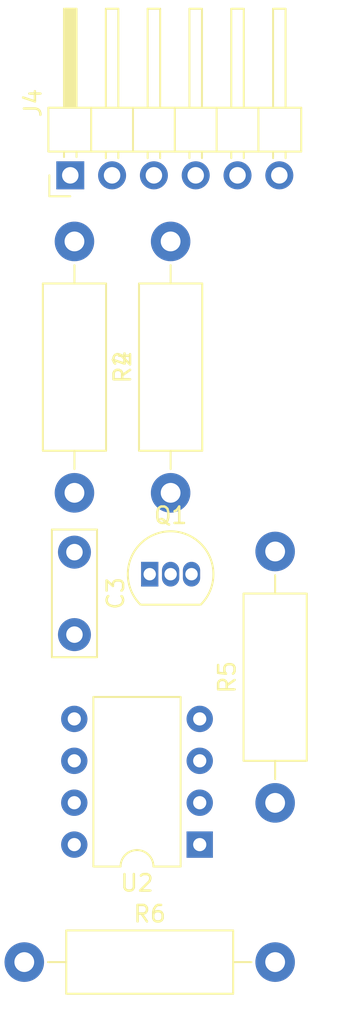
<source format=kicad_pcb>
(kicad_pcb (version 20221018) (generator pcbnew)
  (layers (0 "F.Cu" signal) (31 "B.Cu" signal) (34 "B.Paste" user) (35 "F.Paste" user) (36 "B.SilkS" user "B.Silkscreen") (37 "F.SilkS" user "F.Silkscreen") (38 "B.Mask" user) (39 "F.Mask" user) (44 "Edge.Cuts" user))
  (net 0 "")
  (net 1 "Net-(Q1-C)")
  (net 2 "GND")
  (net 3 "/Vcc")
  (net 4 "/SignalReset")
  (net 5 "/Out555")
  (net 6 "/StairStep")
  (net 7 "/SawTooth")
  (net 8 "Net-(Q1-B)")
  (net 9 "Net-(U2--)")
  (footprint "Capacitor_THT:C_Disc_D7.5mm_W2.5mm_P5.00mm" (layer "F.Cu") (at 68.834 48.046 -90)
    (fp_text reference "C3" (at 2.5 -2.5 90) (layer "F.SilkS"))
    (fp_text value "10n")
    (fp_line (start -1.37 -1.37) (end -1.37 1.37) (stroke (width 0.12)) (layer "F.SilkS"))
    (fp_line (start -1.37 -1.37) (end 6.37 -1.37) (stroke (width 0.12)) (layer "F.SilkS"))
    (fp_line (start -1.37 1.37) (end 6.37 1.37) (stroke (width 0.12)) (layer "F.SilkS"))
    (fp_line (start 6.37 -1.37) (end 6.37 1.37) (stroke (width 0.12)) (layer "F.SilkS"))
    (pad "1" thru_hole circle (at 0 0 270) (size 2 2) (drill 1) (layers "*.Cu" "*.Mask") (net 1 "Net-(Q1-C)"))
    (pad "2" thru_hole circle (at 5 0 270) (size 2 2) (drill 1) (layers "*.Cu" "*.Mask") (net 2 "GND"))
  )
  (footprint "Package_DIP:DIP-8_W7.62mm" (layer "F.Cu") (at 76.444 65.776 180)
    (fp_text reference "U2" (at 3.81 -2.33) (layer "F.SilkS"))
    (fp_text value "MCP601-xP")
    (fp_line (start 1.16 -1.33) (end 1.16 8.95) (stroke (width 0.12)) (layer "F.SilkS"))
    (fp_line (start 1.16 8.95) (end 6.46 8.95) (stroke (width 0.12)) (layer "F.SilkS"))
    (fp_line (start 2.81 -1.33) (end 1.16 -1.33) (stroke (width 0.12)) (layer "F.SilkS"))
    (fp_line (start 6.46 -1.33) (end 4.81 -1.33) (stroke (width 0.12)) (layer "F.SilkS"))
    (fp_line (start 6.46 8.95) (end 6.46 -1.33) (stroke (width 0.12)) (layer "F.SilkS"))
    (fp_arc (start 4.81 -1.33) (mid 3.81 -0.33) (end 2.81 -1.33) (stroke (width 0.12)) (layer "F.SilkS"))
    (pad "1" thru_hole rect (at 0 0 180) (size 1.6 1.6) (drill 0.8) (layers "*.Cu" "*.Mask"))
    (pad "2" thru_hole oval (at 0 2.54 180) (size 1.6 1.6) (drill 0.8) (layers "*.Cu" "*.Mask") (net 9 "Net-(U2--)"))
    (pad "3" thru_hole oval (at 0 5.08 180) (size 1.6 1.6) (drill 0.8) (layers "*.Cu" "*.Mask") (net 1 "Net-(Q1-C)"))
    (pad "4" thru_hole oval (at 0 7.62 180) (size 1.6 1.6) (drill 0.8) (layers "*.Cu" "*.Mask") (net 2 "GND"))
    (pad "5" thru_hole oval (at 7.62 7.62 180) (size 1.6 1.6) (drill 0.8) (layers "*.Cu" "*.Mask"))
    (pad "6" thru_hole oval (at 7.62 5.08 180) (size 1.6 1.6) (drill 0.8) (layers "*.Cu" "*.Mask") (net 7 "/SawTooth"))
    (pad "7" thru_hole oval (at 7.62 2.54 180) (size 1.6 1.6) (drill 0.8) (layers "*.Cu" "*.Mask") (net 3 "/Vcc"))
    (pad "8" thru_hole oval (at 7.62 0 180) (size 1.6 1.6) (drill 0.8) (layers "*.Cu" "*.Mask"))
  )
  (footprint "Resistor_THT:R_Axial_DIN0411_L9.9mm_D3.6mm_P15.24mm_Horizontal" (layer "F.Cu") (at 74.676 44.45 90)
    (fp_text reference "R2" (at 7.62 -2.92 90) (layer "F.SilkS"))
    (fp_text value "3.9k")
    (fp_line (start 1.44 0) (end 2.55 0) (stroke (width 0.12)) (layer "F.SilkS"))
    (fp_line (start 2.55 -1.92) (end 2.55 1.92) (stroke (width 0.12)) (layer "F.SilkS"))
    (fp_line (start 2.55 1.92) (end 12.69 1.92) (stroke (width 0.12)) (layer "F.SilkS"))
    (fp_line (start 12.69 -1.92) (end 2.55 -1.92) (stroke (width 0.12)) (layer "F.SilkS"))
    (fp_line (start 12.69 1.92) (end 12.69 -1.92) (stroke (width 0.12)) (layer "F.SilkS"))
    (fp_line (start 13.8 0) (end 12.69 0) (stroke (width 0.12)) (layer "F.SilkS"))
    (pad "1" thru_hole circle (at 0 0 90) (size 2.4 2.4) (drill 1.2) (layers "*.Cu" "*.Mask") (net 8 "Net-(Q1-B)"))
    (pad "2" thru_hole oval (at 15.24 0 90) (size 2.4 2.4) (drill 1.2) (layers "*.Cu" "*.Mask") (net 5 "/Out555"))
  )
  (footprint "Resistor_THT:R_Axial_DIN0411_L9.9mm_D3.6mm_P15.24mm_Horizontal" (layer "F.Cu") (at 68.834 29.21 -90)
    (fp_text reference "R4" (at 7.62 -2.92 90) (layer "F.SilkS"))
    (fp_text value "10k")
    (fp_line (start 1.44 0) (end 2.55 0) (stroke (width 0.12)) (layer "F.SilkS"))
    (fp_line (start 2.55 -1.92) (end 2.55 1.92) (stroke (width 0.12)) (layer "F.SilkS"))
    (fp_line (start 2.55 1.92) (end 12.69 1.92) (stroke (width 0.12)) (layer "F.SilkS"))
    (fp_line (start 12.69 -1.92) (end 2.55 -1.92) (stroke (width 0.12)) (layer "F.SilkS"))
    (fp_line (start 12.69 1.92) (end 12.69 -1.92) (stroke (width 0.12)) (layer "F.SilkS"))
    (fp_line (start 13.8 0) (end 12.69 0) (stroke (width 0.12)) (layer "F.SilkS"))
    (pad "1" thru_hole circle (at 0 0 270) (size 2.4 2.4) (drill 1.2) (layers "*.Cu" "*.Mask") (net 3 "/Vcc"))
    (pad "2" thru_hole oval (at 15.24 0 270) (size 2.4 2.4) (drill 1.2) (layers "*.Cu" "*.Mask") (net 1 "Net-(Q1-C)"))
  )
  (footprint "Connector_PinHeader_2.54mm:PinHeader_1x06_P2.54mm_Horizontal" (layer "F.Cu") (at 68.58 25.203 90)
    (fp_text reference "J4" (at 4.385 -2.27 90) (layer "F.SilkS"))
    (fp_text value "Conn_01x06_Pin")
    (fp_line (start -1.27 -1.27) (end 0 -1.27) (stroke (width 0.12)) (layer "F.SilkS"))
    (fp_line (start -1.27 0) (end -1.27 -1.27) (stroke (width 0.12)) (layer "F.SilkS"))
    (fp_line (start 1.042929 2.16) (end 1.44 2.16) (stroke (width 0.12)) (layer "F.SilkS"))
    (fp_line (start 1.042929 2.92) (end 1.44 2.92) (stroke (width 0.12)) (layer "F.SilkS"))
    (fp_line (start 1.042929 4.7) (end 1.44 4.7) (stroke (width 0.12)) (layer "F.SilkS"))
    (fp_line (start 1.042929 5.46) (end 1.44 5.46) (stroke (width 0.12)) (layer "F.SilkS"))
    (fp_line (start 1.042929 7.24) (end 1.44 7.24) (stroke (width 0.12)) (layer "F.SilkS"))
    (fp_line (start 1.042929 8) (end 1.44 8) (stroke (width 0.12)) (layer "F.SilkS"))
    (fp_line (start 1.042929 9.78) (end 1.44 9.78) (stroke (width 0.12)) (layer "F.SilkS"))
    (fp_line (start 1.042929 10.54) (end 1.44 10.54) (stroke (width 0.12)) (layer "F.SilkS"))
    (fp_line (start 1.042929 12.32) (end 1.44 12.32) (stroke (width 0.12)) (layer "F.SilkS"))
    (fp_line (start 1.042929 13.08) (end 1.44 13.08) (stroke (width 0.12)) (layer "F.SilkS"))
    (fp_line (start 1.11 -0.38) (end 1.44 -0.38) (stroke (width 0.12)) (layer "F.SilkS"))
    (fp_line (start 1.11 0.38) (end 1.44 0.38) (stroke (width 0.12)) (layer "F.SilkS"))
    (fp_line (start 1.44 -1.33) (end 1.44 14.03) (stroke (width 0.12)) (layer "F.SilkS"))
    (fp_line (start 1.44 1.27) (end 4.1 1.27) (stroke (width 0.12)) (layer "F.SilkS"))
    (fp_line (start 1.44 3.81) (end 4.1 3.81) (stroke (width 0.12)) (layer "F.SilkS"))
    (fp_line (start 1.44 6.35) (end 4.1 6.35) (stroke (width 0.12)) (layer "F.SilkS"))
    (fp_line (start 1.44 8.89) (end 4.1 8.89) (stroke (width 0.12)) (layer "F.SilkS"))
    (fp_line (start 1.44 11.43) (end 4.1 11.43) (stroke (width 0.12)) (layer "F.SilkS"))
    (fp_line (start 1.44 14.03) (end 4.1 14.03) (stroke (width 0.12)) (layer "F.SilkS"))
    (fp_line (start 4.1 -1.33) (end 1.44 -1.33) (stroke (width 0.12)) (layer "F.SilkS"))
    (fp_line (start 4.1 -0.38) (end 10.1 -0.38) (stroke (width 0.12)) (layer "F.SilkS"))
    (fp_line (start 4.1 -0.32) (end 10.1 -0.32) (stroke (width 0.12)) (layer "F.SilkS"))
    (fp_line (start 4.1 -0.2) (end 10.1 -0.2) (stroke (width 0.12)) (layer "F.SilkS"))
    (fp_line (start 4.1 -0.08) (end 10.1 -0.08) (stroke (width 0.12)) (layer "F.SilkS"))
    (fp_line (start 4.1 0.04) (end 10.1 0.04) (stroke (width 0.12)) (layer "F.SilkS"))
    (fp_line (start 4.1 0.16) (end 10.1 0.16) (stroke (width 0.12)) (layer "F.SilkS"))
    (fp_line (start 4.1 0.28) (end 10.1 0.28) (stroke (width 0.12)) (layer "F.SilkS"))
    (fp_line (start 4.1 2.16) (end 10.1 2.16) (stroke (width 0.12)) (layer "F.SilkS"))
    (fp_line (start 4.1 4.7) (end 10.1 4.7) (stroke (width 0.12)) (layer "F.SilkS"))
    (fp_line (start 4.1 7.24) (end 10.1 7.24) (stroke (width 0.12)) (layer "F.SilkS"))
    (fp_line (start 4.1 9.78) (end 10.1 9.78) (stroke (width 0.12)) (layer "F.SilkS"))
    (fp_line (start 4.1 12.32) (end 10.1 12.32) (stroke (width 0.12)) (layer "F.SilkS"))
    (fp_line (start 4.1 14.03) (end 4.1 -1.33) (stroke (width 0.12)) (layer "F.SilkS"))
    (fp_line (start 10.1 -0.38) (end 10.1 0.38) (stroke (width 0.12)) (layer "F.SilkS"))
    (fp_line (start 10.1 0.38) (end 4.1 0.38) (stroke (width 0.12)) (layer "F.SilkS"))
    (fp_line (start 10.1 2.16) (end 10.1 2.92) (stroke (width 0.12)) (layer "F.SilkS"))
    (fp_line (start 10.1 2.92) (end 4.1 2.92) (stroke (width 0.12)) (layer "F.SilkS"))
    (fp_line (start 10.1 4.7) (end 10.1 5.46) (stroke (width 0.12)) (layer "F.SilkS"))
    (fp_line (start 10.1 5.46) (end 4.1 5.46) (stroke (width 0.12)) (layer "F.SilkS"))
    (fp_line (start 10.1 7.24) (end 10.1 8) (stroke (width 0.12)) (layer "F.SilkS"))
    (fp_line (start 10.1 8) (end 4.1 8) (stroke (width 0.12)) (layer "F.SilkS"))
    (fp_line (start 10.1 9.78) (end 10.1 10.54) (stroke (width 0.12)) (layer "F.SilkS"))
    (fp_line (start 10.1 10.54) (end 4.1 10.54) (stroke (width 0.12)) (layer "F.SilkS"))
    (fp_line (start 10.1 12.32) (end 10.1 13.08) (stroke (width 0.12)) (layer "F.SilkS"))
    (fp_line (start 10.1 13.08) (end 4.1 13.08) (stroke (width 0.12)) (layer "F.SilkS"))
    (pad "1" thru_hole rect (at 0 0 90) (size 1.7 1.7) (drill 1) (layers "*.Cu" "*.Mask") (net 3 "/Vcc"))
    (pad "2" thru_hole oval (at 0 2.54 90) (size 1.7 1.7) (drill 1) (layers "*.Cu" "*.Mask") (net 4 "/SignalReset"))
    (pad "3" thru_hole oval (at 0 5.08 90) (size 1.7 1.7) (drill 1) (layers "*.Cu" "*.Mask") (net 5 "/Out555"))
    (pad "4" thru_hole oval (at 0 7.62 90) (size 1.7 1.7) (drill 1) (layers "*.Cu" "*.Mask") (net 6 "/StairStep"))
    (pad "5" thru_hole oval (at 0 10.16 90) (size 1.7 1.7) (drill 1) (layers "*.Cu" "*.Mask") (net 7 "/SawTooth"))
    (pad "6" thru_hole oval (at 0 12.7 90) (size 1.7 1.7) (drill 1) (layers "*.Cu" "*.Mask") (net 2 "GND"))
  )
  (footprint "Resistor_THT:R_Axial_DIN0411_L9.9mm_D3.6mm_P15.24mm_Horizontal" (layer "F.Cu") (at 81.026 63.246 90)
    (fp_text reference "R5" (at 7.62 -2.92 90) (layer "F.SilkS"))
    (fp_text value "3.9k")
    (fp_line (start 1.44 0) (end 2.55 0) (stroke (width 0.12)) (layer "F.SilkS"))
    (fp_line (start 2.55 -1.92) (end 2.55 1.92) (stroke (width 0.12)) (layer "F.SilkS"))
    (fp_line (start 2.55 1.92) (end 12.69 1.92) (stroke (width 0.12)) (layer "F.SilkS"))
    (fp_line (start 12.69 -1.92) (end 2.55 -1.92) (stroke (width 0.12)) (layer "F.SilkS"))
    (fp_line (start 12.69 1.92) (end 12.69 -1.92) (stroke (width 0.12)) (layer "F.SilkS"))
    (fp_line (start 13.8 0) (end 12.69 0) (stroke (width 0.12)) (layer "F.SilkS"))
    (pad "1" thru_hole circle (at 0 0 90) (size 2.4 2.4) (drill 1.2) (layers "*.Cu" "*.Mask") (net 9 "Net-(U2--)"))
    (pad "2" thru_hole oval (at 15.24 0 90) (size 2.4 2.4) (drill 1.2) (layers "*.Cu" "*.Mask") (net 2 "GND"))
  )
  (footprint "Resistor_THT:R_Axial_DIN0411_L9.9mm_D3.6mm_P15.24mm_Horizontal" (layer "F.Cu") (at 65.786 72.898)
    (fp_text reference "R6" (at 7.62 -2.92) (layer "F.SilkS"))
    (fp_text value "10k")
    (fp_line (start 1.44 0) (end 2.55 0) (stroke (width 0.12)) (layer "F.SilkS"))
    (fp_line (start 2.55 -1.92) (end 2.55 1.92) (stroke (width 0.12)) (layer "F.SilkS"))
    (fp_line (start 2.55 1.92) (end 12.69 1.92) (stroke (width 0.12)) (layer "F.SilkS"))
    (fp_line (start 12.69 -1.92) (end 2.55 -1.92) (stroke (width 0.12)) (layer "F.SilkS"))
    (fp_line (start 12.69 1.92) (end 12.69 -1.92) (stroke (width 0.12)) (layer "F.SilkS"))
    (fp_line (start 13.8 0) (end 12.69 0) (stroke (width 0.12)) (layer "F.SilkS"))
    (pad "1" thru_hole circle (at 0 0) (size 2.4 2.4) (drill 1.2) (layers "*.Cu" "*.Mask") (net 7 "/SawTooth"))
    (pad "2" thru_hole oval (at 15.24 0) (size 2.4 2.4) (drill 1.2) (layers "*.Cu" "*.Mask") (net 9 "Net-(U2--)"))
  )
  (footprint "Package_TO_SOT_THT:TO-92_Inline" (layer "F.Cu") (at 73.406 49.382)
    (fp_text reference "Q1" (at 1.27 -3.56) (layer "F.SilkS"))
    (fp_text value "BC547")
    (fp_line (start -0.53 1.85) (end 3.07 1.85) (stroke (width 0.12)) (layer "F.SilkS"))
    (fp_arc (start -0.568478 1.838478) (mid -1.132087 -0.994977) (end 1.27 -2.6) (stroke (width 0.12)) (layer "F.SilkS"))
    (fp_arc (start 1.27 -2.6) (mid 3.672087 -0.994977) (end 3.108478 1.838478) (stroke (width 0.12)) (layer "F.SilkS"))
    (pad "1" thru_hole rect (at 0 0) (size 1.05 1.5) (drill 0.75) (layers "*.Cu" "*.Mask") (net 1 "Net-(Q1-C)"))
    (pad "2" thru_hole oval (at 1.27 0) (size 1.05 1.5) (drill 0.75) (layers "*.Cu" "*.Mask") (net 8 "Net-(Q1-B)"))
    (pad "3" thru_hole oval (at 2.54 0) (size 1.05 1.5) (drill 0.75) (layers "*.Cu" "*.Mask") (net 2 "GND"))
  )
)
</source>
